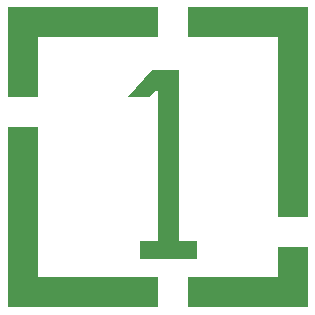
<source format=gbr>
G75*
%IPPOS*%
%FSLAX44Y44*%
%MOIN*%
%ADD10C,0.01000*%
%ADD11C,0.00000*%
%ADD12C,0.00000*%
%LNONEBYONE*%
%LPD*%
G36*
X0Y0D02*
X5000D01*
Y1000D01*
X1000D01*
Y6000D01*
X0D01*
Y0D01*
G37*
G36*
Y10000D02*
Y7000D01*
X1000D01*
Y9000D01*
X5000D01*
Y10000D01*
X0D01*
G37*
G36*
X10000D02*
X6000D01*
Y9000D01*
X9000D01*
Y3000D01*
X10000D01*
Y10000D01*
G37*
G36*
Y0D02*
Y2000D01*
X9000D01*
Y1000D01*
X6000D01*
Y0D01*
X10000D01*
G37*
G36*
X4400Y1600D02*
X6300D01*
Y2200D01*
X5700D01*
Y7900D01*
X4800D01*
X4000Y7000D01*
X4700D01*
X4900Y7200D01*
X5000D01*
Y2200D01*
X4400D01*
Y1600D01*
G37*
M02*

</source>
